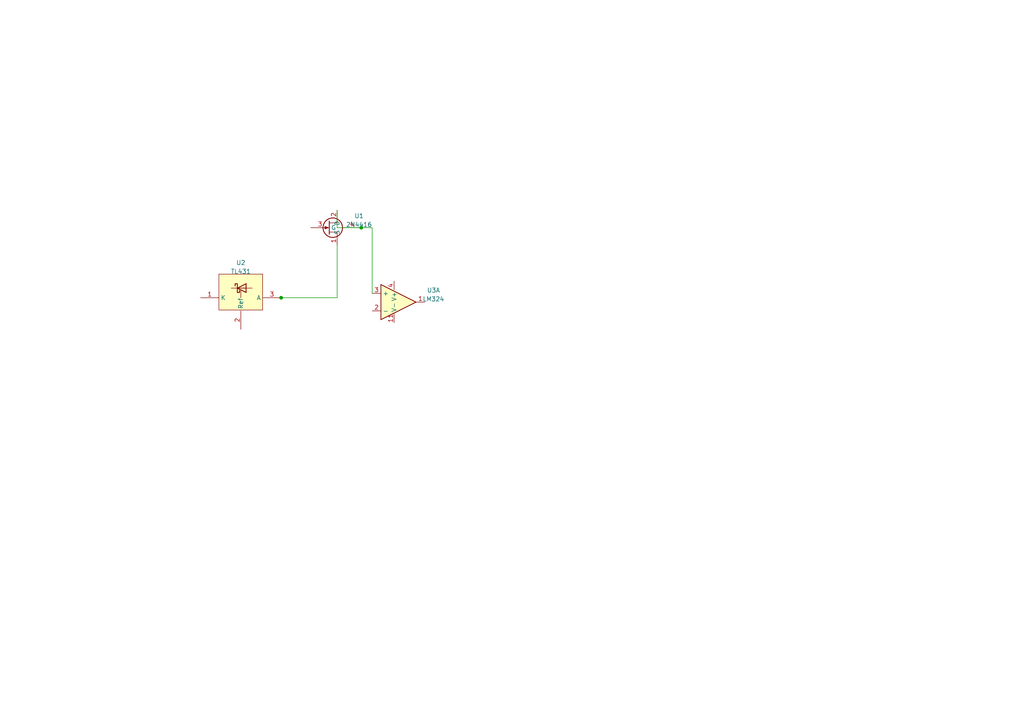
<source format=kicad_sch>
(kicad_sch (version 20230121) (generator eeschema)
  (paper "A4")
  (lib_symbols
    (symbol "Jojo_Kicad_Lib:2N4416"
      (property "Reference" "U" (at 0 0 0))
      (property "Value" "2N4416" (at 0 0 0))
      (symbol "2N4416_0_1"
        (circle (center -5.08 0) (radius 2.8194) (stroke (width 0.254)))
        (polyline (pts (xy -6.096 1.905) (xy -6.096 -1.905) (xy -6.096 -1.905)) (stroke (width 0.254)))
        (polyline (pts (xy -3.81 -2.54) (xy -3.81 -1.27) (xy -6.096 -1.27)))
        (polyline (pts (xy -3.81 2.54) (xy -3.81 1.397) (xy -6.096 1.397)))
        (polyline (pts (xy -6.35 0) (xy -7.366 0.381) (xy -7.366 -0.381) (xy -6.35 0)) (fill (type outline)))
      )
      (symbol "2N4416_1_1"
        (pin passive line (at -3.81 -5.08 90) (length 2.54) (name "S") (number "1"))
        (pin passive line (at -3.81 5.08 270) (length 2.54) (name "D") (number "2"))
        (pin input line (at -11.43 0 0) (length 5.334) (name "G") (number "3"))
        (pin passive line (at 3.175 0 180) (length 5.334) (name "~") (number "4"))
      )
    )
    (symbol "Jojo_Kicad_Lib:LM324ADR "
      (property "Reference" "U" (at 0 0 0))
      (property "Value" "LM324" (at 0 0 0))
      (symbol "LM324ADR _1_1"
        (polyline (pts (xy -2.54 5.08) (xy 7.62 0) (xy -2.54 -5.08) (xy -2.54 5.08)) (stroke (width 0.254)) (fill (type background)))
        (pin output line (at 10.16 0 180) (length 2.54) (name "~") (number "1"))
        (pin power_in line (at 1.27 -5.969 90) (length 2.54) (name "V-") (number "11"))
        (pin input line (at -5.08 -2.54 0) (length 2.54) (name "-") (number "2"))
        (pin input line (at -5.08 2.54 0) (length 2.54) (name "+") (number "3"))
        (pin power_in line (at 1.27 6.096 270) (length 2.54) (name "V+") (number "4"))
      )
      (symbol "LM324ADR _2_1"
        (polyline (pts (xy -2.54 5.08) (xy 7.62 0) (xy -2.54 -5.08) (xy -2.54 5.08)) (stroke (width 0.254)) (fill (type background)))
        (pin input line (at -5.08 2.54 0) (length 2.54) (name "+") (number "5"))
        (pin input line (at -5.08 -2.54 0) (length 2.54) (name "-") (number "6"))
        (pin output line (at 10.16 0 180) (length 2.54) (name "~") (number "7"))
      )
      (symbol "LM324ADR _3_1"
        (polyline (pts (xy -2.54 5.08) (xy 7.62 0) (xy -2.54 -5.08) (xy -2.54 5.08)) (stroke (width 0.254)) (fill (type background)))
        (pin input line (at -5.08 2.54 0) (length 2.54) (name "+") (number "10"))
        (pin output line (at 10.16 0 180) (length 2.54) (name "~") (number "8"))
        (pin input line (at -5.08 -2.54 0) (length 2.54) (name "-") (number "9"))
      )
      (symbol "LM324ADR _4_1"
        (polyline (pts (xy -2.54 5.08) (xy 7.62 0) (xy -2.54 -5.08) (xy -2.54 5.08)) (stroke (width 0.254)) (fill (type background)))
        (pin input line (at -5.08 2.54 0) (length 2.54) (name "+") (number "12"))
        (pin input line (at -5.08 -2.54 0) (length 2.54) (name "-") (number "13"))
        (pin output line (at 10.16 0 180) (length 2.54) (name "~") (number "14"))
      )
    )
    (symbol "Jojo_Kicad_Lib:TL431"
      (property "Reference" "U" (at 5.334 5.08 0))
      (property "Value" "TL431" (at 0 0 0))
      (symbol "TL431_0_0"
        (text_box "" (at -6.35 6.858 0) (size 12.7 -10.414) (fill (type color) (color 255 255 194 1)) (effects (font (size 1.27 1.27)) (justify left top)))
      )
      (symbol "TL431_0_1"
        (polyline (pts (xy 1.524 2.794) (xy -1.016 2.794)))
        (polyline (pts (xy -2.794 2.794) (xy 3.302 2.794) (xy 3.048 2.794)) (fill (type color) (color 255 255 194 1)))
        (polyline (pts (xy 0 0) (xy 0 2.286) (xy 0 2.032)) (fill (type color) (color 255 255 194 1)))
        (polyline (pts (xy 1.524 4.064) (xy 1.524 1.524) (xy -1.016 2.794) (xy 1.524 4.064)) (stroke (width 0.254)))
        (polyline (pts (xy -1.651 3.429) (xy -1.651 4.064) (xy -1.016 4.064) (xy -1.016 1.524) (xy -0.381 1.524) (xy -0.381 2.159)) (stroke (width 0.254)))
      )
      (symbol "TL431_1_1"
        (pin power_in line (at -11.684 0 0) (length 5.334) (name "K") (number "1"))
        (pin power_in line (at 0 -9.144 90) (length 5.334) (name "Ref") (number "2"))
        (pin power_in line (at 11.684 0 180) (length 5.334) (name "A") (number "3"))
      )
    )
  )
  (junction (at 81.534 86.36))
  (junction (at 104.775 66.04))
  (wire (pts (xy 81.534 86.36) (xy 97.79 86.36)))
  (wire (pts (xy 97.79 66.04) (xy 104.775 66.04)))
  (wire (pts (xy 81.28 86.36) (xy 81.534 86.36)))
  (wire (pts (xy 97.79 86.36) (xy 97.79 71.12)))
  (wire (pts (xy 104.775 66.04) (xy 107.95 66.04)))
  (wire (pts (xy 107.95 66.04) (xy 107.95 85.09)))
  (wire (pts (xy 97.79 66.04) (xy 97.79 60.96)))
  (symbol (lib_id "Jojo_Kicad_Lib:2N4416") (at 101.6 66.04 0) (unit 1)
    (property "Reference" "U1" (at 104.14 62.6111 0))
    (property "Value" "2N4416" (at 104.14 65.1511 0))
    (property "Footprint" "Package_TO_SOT_THT:TO-72-4" (effects hide))
    (property "Mouser Part Number" "610-2N4416A " (effects hide))
    (property "Place" "yes" (effects hide))
  )
  (symbol (lib_id "Jojo_Kicad_Lib:LM324ADR ") (at 113.03 87.63 0) (unit 1)
    (property "Reference" "U3" (at 125.73 84.2011 0))
    (property "Value" "LM324" (at 125.73 86.7411 0))
    (property "Footprint" "Package_SO:SO-14_3.9x8.65mm_P1.27mm" (effects hide))
    (property "Mouser Part Number" "595-LM324ADR " (effects hide))
    (property "Place" "yes" (effects hide))
  )
  (symbol (lib_id "Jojo_Kicad_Lib:TL431") (at 69.85 86.36 0) (unit 1)
    (property "Reference" "U2" (at 69.85 76.2 0))
    (property "Value" "TL431" (at 69.85 78.74 0))
    (property "Footprint" "Package_TO_SOT_SMD:SOT-23" (effects hide))
    (property "Mouser Part Number" "771-TL431AQDBZR215" (effects hide))
    (property "Place" "yes" (effects hide))
  )
)
</source>
